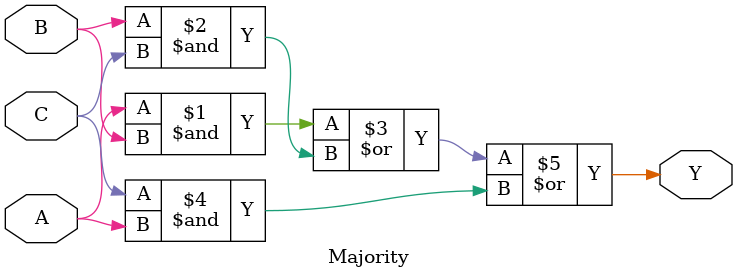
<source format=v>
  	                                            		
module Majority (A, B, C, Y);                 	
   input  A, B, C;			
   output reg Y;        		
                   	          	
   assign Y = (A & B) | (B & C) | (C & A);


endmodule // Majority  




    
</source>
